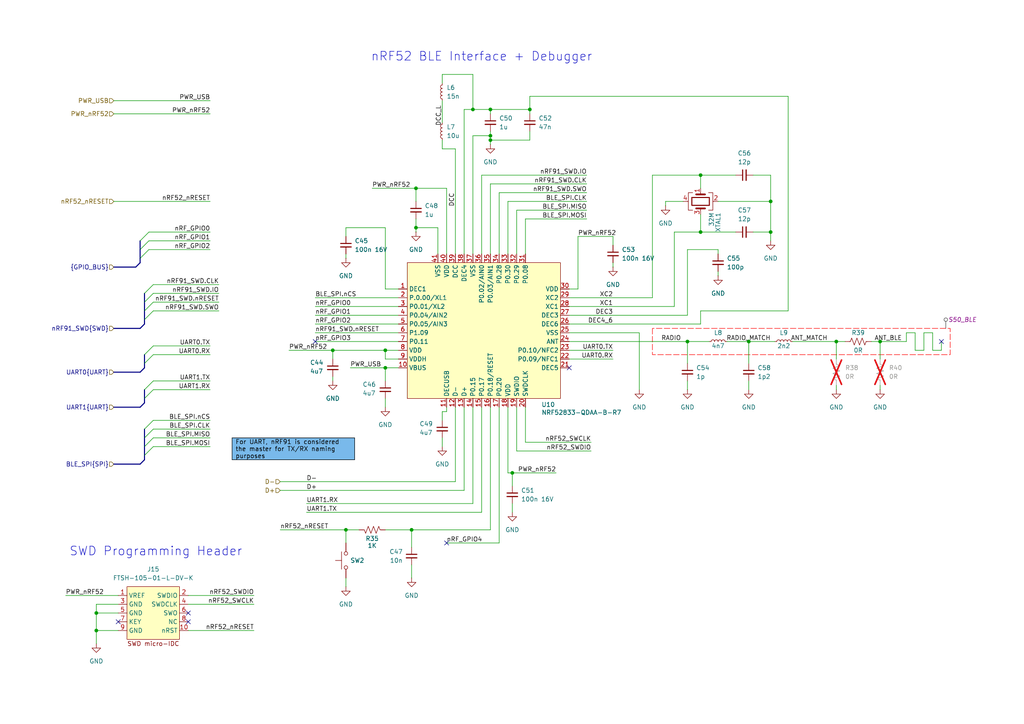
<source format=kicad_sch>
(kicad_sch (version 20250114) (generator "eeschema") (generator_version "9.0")
  (paper "A4")
  (title_block (title "nRF52833 BLE + SWD Debug Interface") (date "2025-02-17") (rev "A"))
  (lib_symbols
    (symbol "DB:C0603X7S1A473K030BC" (pin_numbers (hide yes)) (pin_names (offset 0.254) (hide yes))
      (property "Reference" "C" (at 0.254 1.778 0))
      (property "Value" "47n" (at 0.254 -2.032 0))
      (symbol "C0603X7S1A473K030BC_1_1"
        (pin passive line (at 0 2.54 270) (length 2.032) (name "~") (number "1"))
        (pin passive line (at 0 -2.54 90) (length 2.032) (name "~") (number "2"))
      )
    )
    (symbol "DB:CC0402KRX7R8BB103" (pin_numbers (hide yes)) (pin_names (offset 0.254) (hide yes))
      (property "Reference" "C" (at 0.254 1.778 0))
      (property "Value" "10n" (at 0.254 -2.032 0))
      (symbol "CC0402KRX7R8BB103_1_1"
        (pin passive line (at 0 2.54 270) (length 2.032) (name "~") (number "1"))
        (pin passive line (at 0 -2.54 90) (length 2.032) (name "~") (number "2"))
      )
    )
    (symbol "DB:CL10B475KQ8NQNC" (pin_numbers (hide yes)) (pin_names (offset 0.254) (hide yes))
      (property "Reference" "C" (at 0.254 1.778 0))
      (property "Value" "4u7" (at 0.254 -2.032 0))
      (symbol "CL10B475KQ8NQNC_1_1"
        (pin passive line (at 0 2.54 270) (length 2.032) (name "~") (number "1"))
        (pin passive line (at 0 -2.54 90) (length 2.032) (name "~") (number "2"))
      )
    )
    (symbol "DB:ERJ-1GN0R00C" (pin_numbers (hide yes)) (pin_names (offset 0)) (exclude_from_sim yes)
      (property "Reference" "R" (at 2.54 0 90))
      (property "Value" "0R" (at -2.54 0 90))
      (symbol "ERJ-1GN0R00C_1_1"
        (pin passive line (at 0 3.81 270) (length 1.27) (name "~") (number "1"))
        (pin passive line (at 0 -3.81 90) (length 1.27) (name "~") (number "2"))
      )
    )
    (symbol "DB:ERJ-2RKF1001X" (pin_numbers (hide yes)) (pin_names (offset 0)) (exclude_from_sim yes)
      (property "Reference" "R" (at 2.54 0 90))
      (property "Value" "1K" (at -2.54 0 90))
      (symbol "ERJ-2RKF1001X_1_1"
        (pin passive line (at 0 3.81 270) (length 1.27) (name "~") (number "1"))
        (pin passive line (at 0 -3.81 90) (length 1.27) (name "~") (number "2"))
      )
    )
    (symbol "DB:FTSH-105-01-L-DV-K"
      (property "Reference" "J" (at 1.27 1.27 0))
      (property "Value" "FTSH-105-01-L-DV-K" (at 0 0 0))
      (symbol "FTSH-105-01-L-DV-K_1_1"
        (text "SWD micro-IDC" (at 7.62 -16.51 0) (effects (font (size 1.27 1.27))))
        (pin passive line (at -2.54 -2.54 0) (length 2.54) (name "VREF") (number "1"))
        (pin passive line (at -2.54 -5.08 0) (length 2.54) (name "GND") (number "3"))
        (pin passive line (at -2.54 -7.62 0) (length 2.54) (name "GND") (number "5"))
        (pin passive line (at -2.54 -10.16 0) (length 2.54) (name "KEY") (number "7"))
        (pin passive line (at -2.54 -12.7 0) (length 2.54) (name "GND") (number "9"))
        (pin passive line (at 17.78 -2.54 180) (length 2.54) (name "SWDIO") (number "2"))
        (pin passive line (at 17.78 -5.08 180) (length 2.54) (name "SWDCLK") (number "4"))
        (pin passive line (at 17.78 -7.62 180) (length 2.54) (name "SWO") (number "6"))
        (pin passive line (at 17.78 -10.16 180) (length 2.54) (name "NC") (number "8"))
        (pin passive line (at 17.78 -12.7 180) (length 2.54) (name "nRST") (number "10"))
      )
    )
    (symbol "DB:GCM155C71A105KE38D" (pin_numbers (hide yes)) (pin_names (offset 0.254) (hide yes))
      (property "Reference" "C" (at 0.254 1.778 0))
      (property "Value" "1u" (at 0.254 -2.032 0))
      (symbol "GCM155C71A105KE38D_1_1"
        (pin passive line (at 0 2.54 270) (length 2.032) (name "~") (number "1"))
        (pin passive line (at 0 -2.54 90) (length 2.032) (name "~") (number "2"))
      )
    )
    (symbol "DB:GRM0335C1H101JA01D" (pin_numbers (hide yes)) (pin_names (offset 0.254) (hide yes))
      (property "Reference" "C" (at 0.254 1.778 0))
      (property "Value" "100p" (at 0.254 -2.032 0))
      (symbol "GRM0335C1H101JA01D_1_1"
        (pin passive line (at 0 2.54 270) (length 2.032) (name "~") (number "1"))
        (pin passive line (at 0 -2.54 90) (length 2.032) (name "~") (number "2"))
      )
    )
    (symbol "DB:GRM0335C1H120GA01D" (pin_numbers (hide yes)) (pin_names (offset 0.254) (hide yes))
      (property "Reference" "C" (at 0.254 1.778 0))
      (property "Value" "12p" (at 0.254 -2.032 0))
      (symbol "GRM0335C1H120GA01D_1_1"
        (pin passive line (at 0 2.54 270) (length 2.032) (name "~") (number "1"))
        (pin passive line (at 0 -2.54 90) (length 2.032) (name "~") (number "2"))
      )
    )
    (symbol "DB:GRM0335C1H1R0WA01D" (pin_numbers (hide yes)) (pin_names (offset 0.254) (hide yes)) (in_bom no)
      (property "Reference" "C" (at 0.254 1.778 0))
      (property "Value" "1p" (at 0.254 -2.032 0))
      (symbol "GRM0335C1H1R0WA01D_1_1"
        (pin passive line (at 0 2.54 270) (length 2.032) (name "~") (number "1"))
        (pin passive line (at 0 -2.54 90) (length 2.032) (name "~") (number "2"))
      )
    )
    (symbol "DB:GRM0335C1H1R2WA01D" (pin_numbers (hide yes)) (pin_names (offset 0.254) (hide yes))
      (property "Reference" "C" (at 0.254 1.778 0))
      (property "Value" "1p2" (at 0.254 -2.032 0))
      (symbol "GRM0335C1H1R2WA01D_1_1"
        (pin passive line (at 0 2.54 270) (length 2.032) (name "~") (number "1"))
        (pin passive line (at 0 -2.54 90) (length 2.032) (name "~") (number "2"))
      )
    )
    (symbol "DB:GRM033Z71C104KE14J" (pin_numbers (hide yes)) (pin_names (offset 0.254) (hide yes))
      (property "Reference" "C" (at 0.254 1.778 0))
      (property "Value" "100n 16V" (at 0.254 -2.032 0))
      (symbol "GRM033Z71C104KE14J_1_1"
        (pin passive line (at 0 2.54 270) (length 2.032) (name "~") (number "1"))
        (pin passive line (at 0 -2.54 90) (length 2.032) (name "~") (number "2"))
      )
    )
    (symbol "DB:LQG15HS15NJ02D" (pin_numbers (hide yes)) (pin_names (offset 0.254) (hide yes)) (exclude_from_sim yes)
      (property "Reference" "L" (at 0.762 1.016 0))
      (property "Value" "15n" (at 0.762 -1.016 0))
      (symbol "LQG15HS15NJ02D_1_1"
        (pin passive line (at 0 2.54 270) (length 0.508) (name "~") (number "1"))
        (pin passive line (at 0 -2.54 90) (length 0.508) (name "~") (number "2"))
      )
    )
    (symbol "DB:LQP03PN4N7J02D" (pin_numbers (hide yes)) (pin_names (offset 0.254) (hide yes)) (exclude_from_sim yes)
      (property "Reference" "L" (at 0.762 1.016 0))
      (property "Value" "4n7" (at 0.762 -1.016 0))
      (symbol "LQP03PN4N7J02D_1_1"
        (pin passive line (at 0 2.54 270) (length 0.508) (name "~") (number "1"))
        (pin passive line (at 0 -2.54 90) (length 0.508) (name "~") (number "2"))
      )
    )
    (symbol "DB:LQP03TN2N2B02D" (pin_numbers (hide yes)) (pin_names (offset 0.254) (hide yes)) (exclude_from_sim yes)
      (property "Reference" "L" (at 0.762 1.016 0))
      (property "Value" "2n2" (at 0.762 -1.016 0))
      (symbol "LQP03TN2N2B02D_1_1"
        (pin passive line (at 0 2.54 270) (length 0.508) (name "~") (number "1"))
        (pin passive line (at 0 -2.54 90) (length 0.508) (name "~") (number "2"))
      )
    )
    (symbol "DB:MLZ1608N100LT000" (pin_numbers (hide yes)) (pin_names (offset 0.254) (hide yes)) (exclude_from_sim yes)
      (property "Reference" "L" (at 0.762 1.016 0))
      (property "Value" "10u" (at 0.762 -1.016 0))
      (symbol "MLZ1608N100LT000_1_1"
        (pin passive line (at 0 2.54 270) (length 0.508) (name "~") (number "1"))
        (pin passive line (at 0 -2.54 90) (length 0.508) (name "~") (number "2"))
      )
    )
    (symbol "DB:MP06003" (pin_names (offset 1.016) (hide yes)) (exclude_from_sim yes)
      (property "Reference" "XTAL" (at 3.175 5.08 0))
      (property "Value" "32M" (at 3.175 3.175 0))
      (symbol "MP06003_1_1"
        (pin passive line (at -3.81 0 0) (length 1.27) (name "1") (number "1"))
        (pin passive line (at 0 5.08 270) (length 1.27) (name "2") (number "2"))
        (pin passive line (at 0 -5.08 90) (length 1.27) (name "4") (number "4"))
        (pin passive line (at 3.81 0 180) (length 1.27) (name "3") (number "3"))
      )
    )
    (symbol "DB:NRF52833-QDAA-B-R7"
      (property "Reference" "U" (at -1.27 1.27 0))
      (property "Value" "NRF52833-QDAA-B-R7" (at 0 0 0))
      (symbol "NRF52833-QDAA-B-R7_1_1"
        (pin passive line (at -2.54 -7.62 0) (length 2.54) (name "DEC1") (number "1"))
        (pin passive line (at -2.54 -10.16 0) (length 2.54) (name "P.0.00/XL1") (number "2"))
        (pin passive line (at -2.54 -12.7 0) (length 2.54) (name "P0.01/XL2") (number "3"))
        (pin passive line (at -2.54 -15.24 0) (length 2.54) (name "P0.04/AIN2") (number "4"))
        (pin passive line (at -2.54 -17.78 0) (length 2.54) (name "P0.05/AIN3") (number "5"))
        (pin passive line (at -2.54 -20.32 0) (length 2.54) (name "P1.09") (number "6"))
        (pin passive line (at -2.54 -22.86 0) (length 2.54) (name "P0.11") (number "7"))
        (pin passive line (at -2.54 -25.4 0) (length 2.54) (name "VDD") (number "8"))
        (pin passive line (at -2.54 -27.94 0) (length 2.54) (name "VDDH") (number "9"))
        (pin passive line (at -2.54 -30.48 0) (length 2.54) (name "VBUS") (number "10"))
        (pin passive line (at 8.89 2.54 270) (length 2.54) (name "VSS") (number "41"))
        (pin passive line (at 11.43 2.54 270) (length 2.54) (name "VDD") (number "40"))
        (pin passive line (at 11.43 -41.91 90) (length 2.54) (name "DECUSB") (number "11"))
        (pin passive line (at 13.97 2.54 270) (length 2.54) (name "DCC") (number "39"))
        (pin passive line (at 13.97 -41.91 90) (length 2.54) (name "D-") (number "12"))
        (pin passive line (at 16.51 2.54 270) (length 2.54) (name "DEC4") (number "38"))
        (pin passive line (at 16.51 -41.91 90) (length 2.54) (name "D+") (number "13"))
        (pin passive line (at 19.05 2.54 270) (length 2.54) (name "VSS") (number "37"))
        (pin passive line (at 19.05 -41.91 90) (length 2.54) (name "P0.15") (number "14"))
        (pin passive line (at 21.59 2.54 270) (length 2.54) (name "P0.02/AIN0") (number "36"))
        (pin passive line (at 21.59 -41.91 90) (length 2.54) (name "P0.17") (number "15"))
        (pin passive line (at 24.13 2.54 270) (length 2.54) (name "P0.03/AIN1") (number "35"))
        (pin passive line (at 24.13 -41.91 90) (length 2.54) (name "P0.18/RESET") (number "16"))
        (pin passive line (at 26.67 2.54 270) (length 2.54) (name "P0.28") (number "34"))
        (pin passive line (at 26.67 -41.91 90) (length 2.54) (name "P0.20") (number "17"))
        (pin passive line (at 29.21 2.54 270) (length 2.54) (name "P0.30") (number "33"))
        (pin passive line (at 29.21 -41.91 90) (length 2.54) (name "VDD") (number "18"))
        (pin passive line (at 31.75 2.54 270) (length 2.54) (name "P0.29") (number "32"))
        (pin passive line (at 31.75 -41.91 90) (length 2.54) (name "SWDIO") (number "19"))
        (pin passive line (at 34.29 2.54 270) (length 2.54) (name "P0.08") (number "31"))
        (pin passive line (at 34.29 -41.91 90) (length 2.54) (name "SWDCLK") (number "20"))
        (pin passive line (at 46.99 -7.62 180) (length 2.54) (name "VDD") (number "30"))
        (pin passive line (at 46.99 -10.16 180) (length 2.54) (name "XC2") (number "29"))
        (pin passive line (at 46.99 -12.7 180) (length 2.54) (name "XC1") (number "28"))
        (pin passive line (at 46.99 -15.24 180) (length 2.54) (name "DEC3") (number "27"))
        (pin passive line (at 46.99 -17.78 180) (length 2.54) (name "DEC6") (number "26"))
        (pin passive line (at 46.99 -20.32 180) (length 2.54) (name "VSS") (number "25"))
        (pin passive line (at 46.99 -22.86 180) (length 2.54) (name "ANT") (number "24"))
        (pin passive line (at 46.99 -25.4 180) (length 2.54) (name "P0.10/NFC2") (number "23"))
        (pin passive line (at 46.99 -27.94 180) (length 2.54) (name "P0.09/NFC1") (number "22"))
        (pin passive line (at 46.99 -30.48 180) (length 2.54) (name "DEC5") (number "21"))
      )
    )
    (symbol "DB:PTS636SM50JSMTR LFS" (pin_numbers (hide yes)) (pin_names (offset 1.016) (hide yes)) (exclude_from_sim yes)
      (property "Reference" "SW" (at 1.27 2.54 0))
      (property "Value" "PTS636SM50JSMTR LFS" (at 0 -1.524 0))
      (symbol "PTS636SM50JSMTR LFS_0_1"
        (pin passive line (at -5.08 0 0) (length 2.54) (name "1") (number "1"))
        (pin passive line (at 5.08 0 180) (length 2.54) (name "2") (number "2"))
      )
    )
    (symbol "power:GND" (power) (pin_numbers (hide yes)) (pin_names (offset 0) (hide yes))
      (property "Value" "GND" (at 0 -3.81 0))
      (symbol "GND_1_1"
        (pin power_in line (at 0 0 270) (length 0) (name "~") (number "1"))
      )
    )
  )
  (text "SWD Programming Header" (at 45.212 160.02 0) (effects (font (size 2.54 2.54))))
  (text "nRF52 BLE Interface + Debugger" (at 139.7 16.51 0) (effects (font (size 2.54 2.54))))
  (text_box "For UART, nRF91 is considered the master for TX/RX naming purposes" (exclude_from_sim yes) (at 67.31 127 0) (size 35.56 6.35) (margins 0.9525 0.9525 0.9525 0.9525) (stroke (width 0) (color 0 0 0 1)) (fill (type color) (color 76 163 228 0.75)) (effects (font (size 1.27 1.27)) (justify left)))
  (junction (at 100.33 153.67))
  (junction (at 142.24 39.37))
  (junction (at 217.17 99.06))
  (junction (at 120.65 66.04))
  (junction (at 142.24 40.64))
  (junction (at 27.94 177.8))
  (junction (at 203.2 50.8))
  (junction (at 223.52 67.31))
  (junction (at 111.76 101.6))
  (junction (at 119.38 153.67))
  (junction (at 120.65 54.61))
  (junction (at 111.76 106.68))
  (junction (at 96.52 101.6))
  (junction (at 148.59 137.16))
  (junction (at 223.52 58.42))
  (junction (at 255.27 99.06))
  (junction (at 242.57 99.06))
  (junction (at 27.94 182.88))
  (junction (at 142.24 31.75))
  (junction (at 153.67 31.75))
  (junction (at 199.39 99.06))
  (junction (at 203.2 67.31))
  (junction (at 137.16 31.75))
  (no_connect (at 273.05 99.06))
  (no_connect (at 91.44 99.06))
  (no_connect (at 129.54 157.48))
  (no_connect (at 165.1 106.68))
  (no_connect (at 54.61 180.34))
  (no_connect (at 34.29 180.34))
  (no_connect (at 54.61 177.8))
  (bus_entry (at 44.45 110.49) (size -2.54 2.54))
  (bus_entry (at 41.91 132.08) (size 2.54 -2.54))
  (bus_entry (at 43.18 72.39) (size -2.54 2.54))
  (bus_entry (at 44.45 121.92) (size -2.54 2.54))
  (bus_entry (at 41.91 105.41) (size 2.54 -2.54))
  (bus_entry (at 44.45 85.09) (size -2.54 2.54))
  (bus_entry (at 41.91 92.71) (size 2.54 -2.54))
  (bus_entry (at 43.18 67.31) (size -2.54 2.54))
  (bus_entry (at 43.18 69.85) (size -2.54 2.54))
  (bus_entry (at 44.45 82.55) (size -2.54 2.54))
  (bus_entry (at 44.45 127) (size -2.54 2.54))
  (bus_entry (at 41.91 90.17) (size 2.54 -2.54))
  (bus_entry (at 44.45 100.33) (size -2.54 2.54))
  (bus_entry (at 44.45 124.46) (size -2.54 2.54))
  (bus_entry (at 41.91 115.57) (size 2.54 -2.54))
  (bus (pts (xy 33.02 118.11) (xy 40.64 118.11)))
  (bus (pts (xy 41.91 102.87) (xy 41.91 105.41)))
  (bus (pts (xy 33.02 134.62) (xy 40.64 134.62)))
  (wire (pts (xy 217.17 99.06) (xy 224.79 99.06)))
  (bus (pts (xy 41.91 124.46) (xy 41.91 127)))
  (wire (pts (xy 120.65 66.04) (xy 120.65 67.31)))
  (wire (pts (xy 165.1 86.36) (xy 189.23 86.36)))
  (wire (pts (xy 177.8 71.12) (xy 177.8 68.58)))
  (wire (pts (xy 208.28 58.42) (xy 223.52 58.42)))
  (wire (pts (xy 139.7 118.11) (xy 139.7 148.59)))
  (wire (pts (xy 144.78 55.88) (xy 170.18 55.88)))
  (bus (pts (xy 33.02 95.25) (xy 40.64 95.25)))
  (wire (pts (xy 120.65 54.61) (xy 120.65 58.42)))
  (wire (pts (xy 91.44 88.9) (xy 115.57 88.9)))
  (wire (pts (xy 111.76 104.14) (xy 111.76 101.6)))
  (wire (pts (xy 203.2 50.8) (xy 213.36 50.8)))
  (wire (pts (xy 165.1 99.06) (xy 199.39 99.06)))
  (wire (pts (xy 137.16 118.11) (xy 137.16 146.05)))
  (bus (pts (xy 41.91 85.09) (xy 41.91 87.63)))
  (wire (pts (xy 129.54 119.38) (xy 129.54 118.11)))
  (wire (pts (xy 203.2 50.8) (xy 203.2 54.61)))
  (wire (pts (xy 199.39 99.06) (xy 199.39 105.41)))
  (wire (pts (xy 34.29 175.26) (xy 27.94 175.26)))
  (wire (pts (xy 100.33 157.48) (xy 100.33 153.67)))
  (wire (pts (xy 120.65 63.5) (xy 120.65 66.04)))
  (wire (pts (xy 147.32 73.66) (xy 147.32 58.42)))
  (wire (pts (xy 111.76 106.68) (xy 115.57 106.68)))
  (wire (pts (xy 128.27 121.92) (xy 128.27 119.38)))
  (wire (pts (xy 91.44 96.52) (xy 115.57 96.52)))
  (wire (pts (xy 33.02 33.02) (xy 60.96 33.02)))
  (wire (pts (xy 54.61 175.26) (xy 73.66 175.26)))
  (wire (pts (xy 27.94 175.26) (xy 27.94 177.8)))
  (wire (pts (xy 43.18 72.39) (xy 60.96 72.39)))
  (bus (pts (xy 41.91 87.63) (xy 41.91 90.17)))
  (wire (pts (xy 111.76 66.04) (xy 111.76 83.82)))
  (wire (pts (xy 137.16 21.59) (xy 137.16 31.75)))
  (wire (pts (xy 96.52 101.6) (xy 96.52 104.14)))
  (wire (pts (xy 132.08 118.11) (xy 132.08 139.7)))
  (wire (pts (xy 134.62 73.66) (xy 134.62 31.75)))
  (bus (pts (xy 41.91 133.35) (xy 40.64 134.62)))
  (wire (pts (xy 195.58 88.9) (xy 195.58 67.31)))
  (wire (pts (xy 44.45 127) (xy 60.96 127)))
  (wire (pts (xy 111.76 153.67) (xy 119.38 153.67)))
  (wire (pts (xy 149.86 130.81) (xy 149.86 118.11)))
  (wire (pts (xy 223.52 58.42) (xy 223.52 67.31)))
  (wire (pts (xy 144.78 73.66) (xy 144.78 55.88)))
  (wire (pts (xy 33.02 29.21) (xy 60.96 29.21)))
  (bus (pts (xy 41.91 93.98) (xy 40.64 95.25)))
  (wire (pts (xy 203.2 67.31) (xy 213.36 67.31)))
  (wire (pts (xy 127 73.66) (xy 127 66.04)))
  (wire (pts (xy 81.28 153.67) (xy 100.33 153.67)))
  (wire (pts (xy 44.45 113.03) (xy 60.96 113.03)))
  (wire (pts (xy 44.45 110.49) (xy 60.96 110.49)))
  (wire (pts (xy 242.57 111.76) (xy 242.57 113.03)))
  (wire (pts (xy 262.89 96.52) (xy 265.43 96.52)))
  (wire (pts (xy 107.95 54.61) (xy 120.65 54.61)))
  (wire (pts (xy 265.43 96.52) (xy 265.43 101.6)))
  (wire (pts (xy 54.61 172.72) (xy 73.66 172.72)))
  (wire (pts (xy 242.57 99.06) (xy 242.57 104.14)))
  (bus (pts (xy 41.91 106.68) (xy 40.64 107.95)))
  (wire (pts (xy 153.67 31.75) (xy 142.24 31.75)))
  (wire (pts (xy 149.86 60.96) (xy 170.18 60.96)))
  (wire (pts (xy 115.57 104.14) (xy 111.76 104.14)))
  (wire (pts (xy 223.52 50.8) (xy 223.52 58.42)))
  (wire (pts (xy 100.33 66.04) (xy 111.76 66.04)))
  (wire (pts (xy 134.62 142.24) (xy 134.62 118.11)))
  (wire (pts (xy 120.65 54.61) (xy 129.54 54.61)))
  (wire (pts (xy 255.27 99.06) (xy 262.89 99.06)))
  (wire (pts (xy 100.33 167.64) (xy 100.33 170.18)))
  (wire (pts (xy 119.38 163.83) (xy 119.38 167.64)))
  (wire (pts (xy 223.52 69.85) (xy 223.52 67.31)))
  (wire (pts (xy 142.24 118.11) (xy 142.24 153.67)))
  (wire (pts (xy 223.52 67.31) (xy 218.44 67.31)))
  (wire (pts (xy 267.97 96.52) (xy 270.51 96.52)))
  (wire (pts (xy 153.67 33.02) (xy 153.67 31.75)))
  (wire (pts (xy 27.94 177.8) (xy 27.94 182.88)))
  (wire (pts (xy 81.28 139.7) (xy 132.08 139.7)))
  (wire (pts (xy 273.05 99.06) (xy 273.05 101.6)))
  (wire (pts (xy 189.23 86.36) (xy 189.23 50.8)))
  (wire (pts (xy 44.45 102.87) (xy 60.96 102.87)))
  (bus (pts (xy 41.91 92.71) (xy 41.91 93.98)))
  (wire (pts (xy 44.45 124.46) (xy 60.96 124.46)))
  (wire (pts (xy 208.28 72.39) (xy 199.39 72.39)))
  (wire (pts (xy 142.24 39.37) (xy 142.24 40.64)))
  (bus (pts (xy 40.64 74.93) (xy 40.64 76.2)))
  (bus (pts (xy 40.64 69.85) (xy 40.64 72.39)))
  (wire (pts (xy 218.44 50.8) (xy 223.52 50.8)))
  (wire (pts (xy 44.45 85.09) (xy 63.5 85.09)))
  (wire (pts (xy 119.38 153.67) (xy 119.38 158.75)))
  (wire (pts (xy 81.28 142.24) (xy 134.62 142.24)))
  (wire (pts (xy 270.51 101.6) (xy 273.05 101.6)))
  (wire (pts (xy 177.8 77.47) (xy 177.8 76.2)))
  (wire (pts (xy 144.78 157.48) (xy 144.78 118.11)))
  (wire (pts (xy 165.1 104.14) (xy 177.8 104.14)))
  (wire (pts (xy 134.62 31.75) (xy 137.16 31.75)))
  (wire (pts (xy 167.64 68.58) (xy 177.8 68.58)))
  (bus (pts (xy 33.02 107.95) (xy 40.64 107.95)))
  (bus (pts (xy 40.64 76.2) (xy 39.37 77.47)))
  (bus (pts (xy 41.91 115.57) (xy 41.91 116.84)))
  (wire (pts (xy 101.6 106.68) (xy 111.76 106.68)))
  (wire (pts (xy 137.16 31.75) (xy 142.24 31.75)))
  (wire (pts (xy 111.76 110.49) (xy 111.76 106.68)))
  (wire (pts (xy 185.42 96.52) (xy 185.42 113.03)))
  (wire (pts (xy 147.32 58.42) (xy 170.18 58.42)))
  (wire (pts (xy 128.27 29.21) (xy 128.27 35.56)))
  (wire (pts (xy 91.44 93.98) (xy 115.57 93.98)))
  (wire (pts (xy 128.27 127) (xy 128.27 129.54)))
  (wire (pts (xy 44.45 121.92) (xy 60.96 121.92)))
  (wire (pts (xy 203.2 62.23) (xy 203.2 67.31)))
  (wire (pts (xy 193.04 59.69) (xy 193.04 58.42)))
  (bus (pts (xy 41.91 90.17) (xy 41.91 92.71)))
  (wire (pts (xy 142.24 31.75) (xy 142.24 33.02)))
  (wire (pts (xy 167.64 83.82) (xy 167.64 68.58)))
  (wire (pts (xy 203.2 93.98) (xy 203.2 90.17)))
  (wire (pts (xy 153.67 40.64) (xy 142.24 40.64)))
  (wire (pts (xy 142.24 73.66) (xy 142.24 53.34)))
  (wire (pts (xy 54.61 182.88) (xy 73.66 182.88)))
  (bus (pts (xy 41.91 129.54) (xy 41.91 132.08)))
  (wire (pts (xy 44.45 100.33) (xy 60.96 100.33)))
  (bus (pts (xy 41.91 127) (xy 41.91 129.54)))
  (wire (pts (xy 128.27 43.18) (xy 132.08 43.18)))
  (wire (pts (xy 128.27 24.13) (xy 128.27 21.59)))
  (bus (pts (xy 41.91 105.41) (xy 41.91 106.68)))
  (wire (pts (xy 152.4 128.27) (xy 152.4 118.11)))
  (wire (pts (xy 91.44 99.06) (xy 115.57 99.06)))
  (wire (pts (xy 267.97 101.6) (xy 267.97 96.52)))
  (wire (pts (xy 149.86 73.66) (xy 149.86 60.96)))
  (wire (pts (xy 83.82 101.6) (xy 96.52 101.6)))
  (wire (pts (xy 128.27 119.38) (xy 129.54 119.38)))
  (wire (pts (xy 210.82 99.06) (xy 217.17 99.06)))
  (wire (pts (xy 142.24 38.1) (xy 142.24 39.37)))
  (wire (pts (xy 33.02 58.42) (xy 60.96 58.42)))
  (wire (pts (xy 44.45 129.54) (xy 60.96 129.54)))
  (wire (pts (xy 153.67 38.1) (xy 153.67 40.64)))
  (wire (pts (xy 44.45 87.63) (xy 63.5 87.63)))
  (bus (pts (xy 41.91 116.84) (xy 40.64 118.11)))
  (wire (pts (xy 129.54 157.48) (xy 144.78 157.48)))
  (wire (pts (xy 111.76 115.57) (xy 111.76 118.11)))
  (wire (pts (xy 171.45 128.27) (xy 152.4 128.27)))
  (wire (pts (xy 199.39 72.39) (xy 199.39 91.44)))
  (wire (pts (xy 127 66.04) (xy 120.65 66.04)))
  (wire (pts (xy 195.58 67.31) (xy 203.2 67.31)))
  (wire (pts (xy 132.08 43.18) (xy 132.08 73.66)))
  (wire (pts (xy 165.1 83.82) (xy 167.64 83.82)))
  (wire (pts (xy 43.18 67.31) (xy 60.96 67.31)))
  (wire (pts (xy 165.1 96.52) (xy 185.42 96.52)))
  (wire (pts (xy 142.24 41.91) (xy 142.24 40.64)))
  (wire (pts (xy 265.43 101.6) (xy 267.97 101.6)))
  (wire (pts (xy 34.29 182.88) (xy 27.94 182.88)))
  (wire (pts (xy 100.33 73.66) (xy 100.33 74.93)))
  (wire (pts (xy 119.38 153.67) (xy 142.24 153.67)))
  (bus (pts (xy 41.91 132.08) (xy 41.91 133.35)))
  (wire (pts (xy 217.17 110.49) (xy 217.17 113.03)))
  (wire (pts (xy 165.1 93.98) (xy 203.2 93.98)))
  (wire (pts (xy 217.17 99.06) (xy 217.17 105.41)))
  (wire (pts (xy 44.45 90.17) (xy 63.5 90.17)))
  (wire (pts (xy 142.24 53.34) (xy 170.18 53.34)))
  (wire (pts (xy 203.2 90.17) (xy 228.6 90.17)))
  (wire (pts (xy 252.73 99.06) (xy 255.27 99.06)))
  (wire (pts (xy 128.27 40.64) (xy 128.27 43.18)))
  (wire (pts (xy 270.51 96.52) (xy 270.51 101.6)))
  (wire (pts (xy 152.4 63.5) (xy 170.18 63.5)))
  (wire (pts (xy 165.1 88.9) (xy 195.58 88.9)))
  (wire (pts (xy 255.27 111.76) (xy 255.27 113.03)))
  (wire (pts (xy 147.32 118.11) (xy 147.32 137.16)))
  (wire (pts (xy 199.39 99.06) (xy 205.74 99.06)))
  (wire (pts (xy 193.04 58.42) (xy 198.12 58.42)))
  (wire (pts (xy 148.59 137.16) (xy 148.59 140.97)))
  (wire (pts (xy 139.7 73.66) (xy 139.7 50.8)))
  (wire (pts (xy 199.39 110.49) (xy 199.39 113.03)))
  (wire (pts (xy 100.33 68.58) (xy 100.33 66.04)))
  (wire (pts (xy 148.59 137.16) (xy 147.32 137.16)))
  (wire (pts (xy 262.89 99.06) (xy 262.89 96.52)))
  (wire (pts (xy 199.39 91.44) (xy 165.1 91.44)))
  (wire (pts (xy 228.6 90.17) (xy 228.6 27.94)))
  (wire (pts (xy 34.29 177.8) (xy 27.94 177.8)))
  (wire (pts (xy 115.57 101.6) (xy 111.76 101.6)))
  (wire (pts (xy 148.59 146.05) (xy 148.59 148.59)))
  (wire (pts (xy 137.16 39.37) (xy 142.24 39.37)))
  (wire (pts (xy 137.16 73.66) (xy 137.16 39.37)))
  (wire (pts (xy 91.44 91.44) (xy 115.57 91.44)))
  (wire (pts (xy 208.28 73.66) (xy 208.28 72.39)))
  (wire (pts (xy 43.18 69.85) (xy 60.96 69.85)))
  (wire (pts (xy 100.33 153.67) (xy 104.14 153.67)))
  (bus (pts (xy 41.91 113.03) (xy 41.91 115.57)))
  (wire (pts (xy 139.7 50.8) (xy 170.18 50.8)))
  (wire (pts (xy 153.67 27.94) (xy 153.67 31.75)))
  (wire (pts (xy 189.23 50.8) (xy 203.2 50.8)))
  (bus (pts (xy 33.02 77.47) (xy 39.37 77.47)))
  (wire (pts (xy 208.28 78.74) (xy 208.28 80.01)))
  (wire (pts (xy 152.4 73.66) (xy 152.4 63.5)))
  (wire (pts (xy 242.57 99.06) (xy 245.11 99.06)))
  (wire (pts (xy 148.59 137.16) (xy 161.29 137.16)))
  (wire (pts (xy 153.67 27.94) (xy 228.6 27.94)))
  (wire (pts (xy 165.1 101.6) (xy 177.8 101.6)))
  (wire (pts (xy 19.05 172.72) (xy 34.29 172.72)))
  (wire (pts (xy 88.9 148.59) (xy 139.7 148.59)))
  (wire (pts (xy 88.9 146.05) (xy 137.16 146.05)))
  (wire (pts (xy 44.45 82.55) (xy 63.5 82.55)))
  (wire (pts (xy 128.27 21.59) (xy 137.16 21.59)))
  (wire (pts (xy 129.54 54.61) (xy 129.54 73.66)))
  (wire (pts (xy 229.87 99.06) (xy 242.57 99.06)))
  (wire (pts (xy 111.76 101.6) (xy 96.52 101.6)))
  (wire (pts (xy 91.44 86.36) (xy 115.57 86.36)))
  (wire (pts (xy 27.94 182.88) (xy 27.94 186.69)))
  (wire (pts (xy 111.76 83.82) (xy 115.57 83.82)))
  (wire (pts (xy 255.27 99.06) (xy 255.27 104.14)))
  (bus (pts (xy 40.64 72.39) (xy 40.64 74.93)))
  (wire (pts (xy 171.45 130.81) (xy 149.86 130.81)))
  (wire (pts (xy 96.52 110.49) (xy 96.52 109.22)))
  (label "BLE_SPI.MOSI" (at 170.18 63.5 180))
  (label "UART0.TX" (at 177.8 101.6 180))
  (label "BLE_SPI.MISO" (at 170.18 60.96 180))
  (label "nRF_GPIO0" (at 91.44 88.9 0))
  (label "DCC" (at 132.08 55.88 270))
  (label "BLE_SPI.CLK" (at 60.96 124.46 180))
  (label "ANT_BLE" (at 261.62 99.06 180))
  (label "PWR_nRF52" (at 161.29 137.16 180))
  (label "PWR_nRF52" (at 19.05 172.72 0))
  (label "nRF52_nRESET" (at 60.96 58.42 180))
  (label "UART1.RX" (at 60.96 113.03 180))
  (label "DCC_L" (at 128.27 30.48 270))
  (label "nRF91_SWD.CLK" (at 63.5 82.55 180))
  (label "nRF_GPIO4" (at 129.54 157.48 0))
  (label "PWR_nRF52" (at 167.64 68.58 0))
  (label "PWR_USB" (at 60.96 29.21 180))
  (label "PWR_nRF52" (at 107.95 54.61 0))
  (label "UART0.RX" (at 177.8 104.14 180))
  (label "DEC3" (at 177.8 91.44 180))
  (label "nRF52_SWDIO" (at 73.66 172.72 180))
  (label "nRF_GPIO3" (at 91.44 99.06 0))
  (label "nRF52_nRESET" (at 81.28 153.67 0))
  (label "PWR_USB" (at 101.6 106.68 0))
  (label "nRF91_SWD.SWO" (at 170.18 55.88 180))
  (label "nRF52_nRESET" (at 73.66 182.88 180))
  (label "UART0.RX" (at 60.96 102.87 180))
  (label "DEC4_6" (at 177.8 93.98 180))
  (label "BLE_SPI.CLK" (at 170.18 58.42 180))
  (label "UART1.RX" (at 88.9 146.05 0))
  (label "nRF91_SWD.nRESET" (at 63.5 87.63 180))
  (label "nRF_GPIO2" (at 91.44 93.98 0))
  (label "BLE_SPI.MOSI" (at 60.96 129.54 180))
  (label "UART1.TX" (at 60.96 110.49 180))
  (label "RADIO" (at 191.77 99.06 0))
  (label "PWR_nRF52" (at 60.96 33.02 180))
  (label "nRF_GPIO1" (at 91.44 91.44 0))
  (label "ANT_MATCH" (at 240.03 99.06 180))
  (label "XC1" (at 177.8 88.9 180))
  (label "nRF52_SWCLK" (at 171.45 128.27 180))
  (label "nRF_GPIO0" (at 60.96 67.31 180))
  (label "nRF52_SWCLK" (at 73.66 175.26 180))
  (label "BLE_SPI.nCS" (at 60.96 121.92 180))
  (label "D-" (at 88.9 139.7 0))
  (label "UART1.TX" (at 88.9 148.59 0))
  (label "XC2" (at 177.8 86.36 180))
  (label "nRF91_SWD.nRESET" (at 91.44 96.52 0))
  (label "PWR_nRF52" (at 83.82 101.6 0))
  (label "nRF_GPIO2" (at 60.96 72.39 180))
  (label "BLE_SPI.nCS" (at 91.44 86.36 0))
  (label "BLE_SPI.MISO" (at 60.96 127 180))
  (label "nRF91_SWD.CLK" (at 170.18 53.34 180))
  (label "nRF91_SWD.IO" (at 170.18 50.8 180))
  (label "nRF52_SWDIO" (at 171.45 130.81 180))
  (label "D+" (at 88.9 142.24 0))
  (label "nRF_GPIO1" (at 60.96 69.85 180))
  (label "UART0.TX" (at 60.96 100.33 180))
  (label "nRF91_SWD.IO" (at 63.5 85.09 180))
  (label "nRF91_SWD.SWO" (at 63.5 90.17 180))
  (label "RADIO_MATCH" (at 223.52 99.06 180))
  (hierarchical_label "PWR_nRF52" (shape input) (at 33.02 33.02 180))
  (hierarchical_label "PWR_USB" (shape input) (at 33.02 29.21 180))
  (hierarchical_label "nRF91_SWD{SWD}" (shape input) (at 33.02 95.25 180))
  (hierarchical_label "UART1{UART}" (shape input) (at 33.02 118.11 180))
  (hierarchical_label "D-" (shape input) (at 81.28 139.7 180))
  (hierarchical_label "BLE_SPI{SPI}" (shape input) (at 33.02 134.62 180))
  (hierarchical_label "UART0{UART}" (shape input) (at 33.02 107.95 180))
  (hierarchical_label "{GPIO_BUS}" (shape input) (at 33.02 77.47 180))
  (hierarchical_label "nRF52_nRESET" (shape input) (at 33.02 58.42 180))
  (hierarchical_label "D+" (shape input) (at 81.28 142.24 180))
  (rule_area (polyline (pts (xy 189.23 95.25) (xy 189.23 102.87) (xy 275.59 102.87) (xy 275.59 95.25)) (stroke (width 0) (type dash))))
  (netclass_flag "" (length 2.54) (shape round) (at 274.32 95.25 0) (property "Netclass" "S50_BLE" (at 275.0185 92.71 0) (effects (font (italic yes)) (justify left))))
  (symbol (lib_id "power:GND") (at 185.42 113.03 0) (unit 1)
    (property "Reference" "#PWR078" (effects (hide yes)))
    (property "Value" "GND" (at 185.42 118.11 0))
    (property "Description" "Power symbol creates a global label with name \"GND\" , ground" (effects (hide yes)))
  )
  (symbol (lib_id "power:GND") (at 100.33 74.93 0) (unit 1)
    (property "Reference" "#PWR061" (effects (hide yes)))
    (property "Value" "GND" (at 100.33 80.01 0))
    (property "Description" "Power symbol creates a global label with name \"GND\" , ground" (effects (hide yes)))
  )
  (symbol (lib_id "power:GND") (at 119.38 167.64 0) (mirror y) (unit 1)
    (property "Reference" "#PWR063" (effects (hide yes)))
    (property "Value" "GND" (at 119.38 172.72 0))
    (property "Description" "Power symbol creates a global label with name \"GND\" , ground" (effects (hide yes)))
  )
  (symbol (lib_id "DB:GRM0335C1H1R0WA01D") (at 199.39 107.95 0) (unit 1) (in_bom no)
    (property "Reference" "C54" (at 201.93 106.6862 0) (effects (justify left)))
    (property "Value" "1p" (at 201.93 109.2262 0) (effects (justify left)))
    (property "Footprint" "footprints:C_0201_0603Metric" (effects (hide yes)))
    (property "Datasheet" "http://parts.djgood.ca/en/part/105/info" (effects (hide yes)))
    (property "Description" "1 pF ±0.05pF 50V Ceramic Capacitor C0G, NP0 0201 (0603 Metric)" (effects (hide yes)))
    (property "Category" "Capacitors/Ceramic Capacitors" (effects (hide yes)))
    (property "MPN" "GRM0335C1H1R0WA01D" (effects (hide yes)))
    (property "Manufacturer" "Murata Electronics" (effects (hide yes)))
    (property "Manufacturing Status" "Active" (effects (hide yes)))
    (property "Part-DB Footprint" "0201" (effects (hide yes)))
    (property "Part-DB ID" "105" (effects (hide yes)))
  )
  (symbol (lib_id "DB:GRM0335C1H120GA01D") (at 215.9 50.8 90) (unit 1)
    (property "Reference" "C56" (at 215.9063 44.45 90))
    (property "Value" "12p" (at 215.9063 46.99 90))
    (property "Footprint" "footprints:C_0201_0603Metric" (effects (hide yes)))
    (property "Datasheet" "http://parts.djgood.ca/en/part/104/info" (effects (hide yes)))
    (property "Description" "12 pF ±2% 50V Ceramic Capacitor C0G, NP0 0201 (0603 Metric)" (effects (hide yes)))
    (property "Category" "Capacitors/Ceramic Capacitors" (effects (hide yes)))
    (property "MPN" "GRM0335C1H120GA01D" (effects (hide yes)))
    (property "Manufacturer" "Murata Electronics" (effects (hide yes)))
    (property "Manufacturing Status" "Active" (effects (hide yes)))
    (property "Part-DB ID" "104" (effects (hide yes)))
  )
  (symbol (lib_id "DB:ERJ-1GN0R00C") (at 242.57 107.95 180) (unit 1) (exclude_from_sim yes) (dnp yes)
    (property "Reference" "R38" (at 245.11 106.68 0) (effects (justify right)))
    (property "Value" "0R" (at 245.11 109.22 0) (effects (justify right)))
    (property "Footprint" "footprints:R_0201_0603Metric" (effects (hide yes)))
    (property "Datasheet" "http://parts.djgood.ca/en/part/134/info" (effects (hide yes)))
    (property "Description" "0 Ohms Jumper Chip Resistor 0201 (0603 Metric) Thick Film" (effects (hide yes)))
    (property "Category" "Resistors/Thick Film" (effects (hide yes)))
    (property "Manufacturer" "Panasonic Electronic Components" (effects (hide yes)))
    (property "MPN" "ERJ-1GN0R00C" (effects (hide yes)))
    (property "Manufacturing Status" "Active" (effects (hide yes)))
    (property "Part-DB Footprint" "0201" (effects (hide yes)))
    (property "Part-DB ID" "134" (effects (hide yes)))
  )
  (symbol (lib_id "DB:ERJ-1GN0R00C") (at 255.27 107.95 0) (unit 1) (exclude_from_sim yes) (dnp yes)
    (property "Reference" "R40" (at 257.81 106.68 0) (effects (justify left)))
    (property "Value" "0R" (at 257.81 109.22 0) (effects (justify left)))
    (property "Footprint" "footprints:R_0201_0603Metric" (effects (hide yes)))
    (property "Datasheet" "http://parts.djgood.ca/en/part/134/info" (effects (hide yes)))
    (property "Description" "0 Ohms Jumper Chip Resistor 0201 (0603 Metric) Thick Film" (effects (hide yes)))
    (property "Category" "Resistors/Thick Film" (effects (hide yes)))
    (property "Manufacturer" "Panasonic Electronic Components" (effects (hide yes)))
    (property "MPN" "ERJ-1GN0R00C" (effects (hide yes)))
    (property "Manufacturing Status" "Active" (effects (hide yes)))
    (property "Part-DB Footprint" "0201" (effects (hide yes)))
    (property "Part-DB ID" "134" (effects (hide yes)))
  )
  (symbol (lib_id "DB:GCM155C71A105KE38D") (at 120.65 60.96 0) (unit 1)
    (property "Reference" "C48" (at 123.19 59.6962 0) (effects (justify left)))
    (property "Value" "1u" (at 123.19 62.2362 0) (effects (justify left)))
    (property "Footprint" "footprints:C_0402_1005Metric" (effects (hide yes)))
    (property "Datasheet" "http://parts.djgood.ca/en/part/110/info" (effects (hide yes)))
    (property "Description" "1 µF ±10% 10V Ceramic Capacitor X7S 0402 (1005 Metric)" (effects (hide yes)))
    (property "Category" "Capacitors/Ceramic Capacitors" (effects (hide yes)))
    (property "MPN" "GCM155C71A105KE38D" (effects (hide yes)))
    (property "Manufacturer" "Murata Electronics" (effects (hide yes)))
    (property "Manufacturing Status" "Active" (effects (hide yes)))
    (property "Part-DB Footprint" "0402" (effects (hide yes)))
    (property "Part-DB ID" "110" (effects (hide yes)))
  )
  (symbol (lib_id "DB:NRF52833-QDAA-B-R7") (at 118.11 76.2 0) (unit 1)
    (property "Reference" "U10" (at 159.004 117.348 0))
    (property "Value" "NRF52833-QDAA-B-R7" (at 168.656 119.634 0))
    (property "Footprint" "footprints:QFN-40-1EP_5x5mm_P0.4mm_EP3.6x3.6mm" (effects (hide yes)))
    (property "Datasheet" "http://parts.djgood.ca/en/part/122/info" (effects (hide yes)))
    (property "Description" "IC RF TxRx + MCU 802.15.4, Bluetooth Bluetooth v5.3, Thread, Zigbee® 2.4GHz 40-VFQFN Exposed Pad" (effects (hide yes)))
    (property "Category" "Integrated Circuits/RF and Wireless" (effects (hide yes)))
    (property "MPN" "NRF52833-QDAA-B-R7" (effects (hide yes)))
    (property "Manufacturer" "Nordic Semiconductor ASA" (effects (hide yes)))
    (property "Manufacturing Status" "Active" (effects (hide yes)))
    (property "Part-DB Footprint" "40-QFN (5x5)" (effects (hide yes)))
    (property "Part-DB ID" "122" (effects (hide yes)))
  )
  (symbol (lib_id "power:GND") (at 120.65 67.31 0) (unit 1)
    (property "Reference" "#PWR064" (effects (hide yes)))
    (property "Value" "GND" (at 120.65 72.39 0))
    (property "Description" "Power symbol creates a global label with name \"GND\" , ground" (effects (hide yes)))
  )
  (symbol (lib_id "DB:LQP03TN2N2B02D") (at 227.33 99.06 90) (unit 1) (exclude_from_sim yes)
    (property "Reference" "L9" (at 227.33 96.52 90))
    (property "Value" "2n2" (at 227.33 100.33 90))
    (property "Footprint" "footprints:L_0201_0603Metric" (effects (hide yes)))
    (property "Datasheet" "http://parts.djgood.ca/en/part/135/info" (effects (hide yes)))
    (property "Description" "2.2 nH Unshielded Thick Film Inductor 600 mA 150mOhm Max 0201 (0603 Metric)" (effects (hide yes)))
    (property "Category" "Inductors/RF Inductors" (effects (hide yes)))
    (property "Manufacturer" "Murata Electronics" (effects (hide yes)))
    (property "MPN" "LQP03TN2N2B02D" (effects (hide yes)))
    (property "Manufacturing Status" "Active" (effects (hide yes)))
    (property "Part-DB Footprint" "0201 (0603 Metric)" (effects (hide yes)))
    (property "Part-DB ID" "135" (effects (hide yes)))
  )
  (symbol (lib_id "DB:ERJ-2RKF1001X") (at 107.95 153.67 270) (mirror x) (unit 1) (exclude_from_sim yes)
    (property "Reference" "R35" (at 107.95 156.21 90))
    (property "Value" "1K" (at 107.95 158.242 90))
    (property "Footprint" "footprints:R_0402_1005Metric" (effects (hide yes)))
    (property "Datasheet" "http://parts.djgood.ca/en/part/8/info" (effects (hide yes)))
    (property "Description" "1 kOhms ±1% 0.1W, 1/10W Chip Resistor 0402 (1005 Metric) Automotive AEC-Q200 Thick Film" (effects (hide yes)))
    (property "Category" "Resistors/Thick Film" (effects (hide yes)))
    (property "MPN" "ERJ-2RKF1001X" (effects (hide yes)))
    (property "Manufacturer" "Panasonic Electronic Components" (effects (hide yes)))
    (property "Manufacturing Status" "Active" (effects (hide yes)))
    (property "Part-DB Footprint" "0402" (effects (hide yes)))
    (property "Part-DB ID" "8" (effects (hide yes)))
  )
  (symbol (lib_id "power:GND") (at 217.17 113.03 0) (unit 1)
    (property "Reference" "#PWR079" (effects (hide yes)))
    (property "Value" "GND" (at 217.17 118.11 0))
    (property "Description" "Power symbol creates a global label with name \"GND\" , ground" (effects (hide yes)))
  )
  (symbol (lib_id "DB:GRM0335C1H101JA01D") (at 208.28 76.2 0) (unit 1)
    (property "Reference" "C55" (at 210.82 74.9362 0) (effects (justify left)))
    (property "Value" "100p" (at 210.82 77.4762 0) (effects (justify left)))
    (property "Footprint" "footprints:C_0201_0603Metric" (effects (hide yes)))
    (property "Datasheet" "http://parts.djgood.ca/en/part/109/info" (effects (hide yes)))
    (property "Description" "100 pF ±5% 50V Ceramic Capacitor C0G, NP0 0201 (0603 Metric)" (effects (hide yes)))
    (property "Category" "Capacitors/Ceramic Capacitors" (effects (hide yes)))
    (property "MPN" "GRM0335C1H101JA01D" (effects (hide yes)))
    (property "Manufacturer" "Murata Electronics" (effects (hide yes)))
    (property "Manufacturing Status" "Active" (effects (hide yes)))
    (property "Part-DB Footprint" "0201" (effects (hide yes)))
    (property "Part-DB ID" "109" (effects (hide yes)))
  )
  (symbol (lib_id "DB:LQP03PN4N7J02D") (at 208.28 99.06 90) (unit 1) (exclude_from_sim yes)
    (property "Reference" "L8" (at 208.28 96.52 90))
    (property "Value" "4n7" (at 208.28 100.33 90))
    (property "Footprint" "footprints:L_0201_0603Metric" (effects (hide yes)))
    (property "Datasheet" "http://parts.djgood.ca/en/part/113/info" (effects (hide yes)))
    (property "Description" "4.7 nH Unshielded Thick Film Inductor 600 mA 140mOhm Max 0201 (0603 Metric)" (effects (hide yes)))
    (property "Category" "Inductors/RF Inductors" (effects (hide yes)))
    (property "Manufacturer" "Murata Electronics" (effects (hide yes)))
    (property "MPN" "LQP03PN4N7J02D" (effects (hide yes)))
    (property "Manufacturing Status" "Active" (effects (hide yes)))
    (property "Part-DB Footprint" "0201 (0603 Metric)" (effects (hide yes)))
    (property "Part-DB ID" "113" (effects (hide yes)))
  )
  (symbol (lib_id "power:GND") (at 142.24 41.91 0) (unit 1)
    (property "Reference" "#PWR066" (effects (hide yes)))
    (property "Value" "GND" (at 142.24 46.99 0))
    (property "Description" "Power symbol creates a global label with name \"GND\" , ground" (effects (hide yes)))
  )
  (symbol (lib_id "DB:ERJ-1GN0R00C") (at 248.92 99.06 270) (unit 1) (exclude_from_sim yes)
    (property "Reference" "R39" (at 248.92 96.52 90))
    (property "Value" "0R" (at 248.92 101.6 90))
    (property "Footprint" "footprints:R_0201_0603Metric" (effects (hide yes)))
    (property "Datasheet" "http://parts.djgood.ca/en/part/134/info" (effects (hide yes)))
    (property "Description" "0 Ohms Jumper Chip Resistor 0201 (0603 Metric) Thick Film" (effects (hide yes)))
    (property "Category" "Resistors/Thick Film" (effects (hide yes)))
    (property "Manufacturer" "Panasonic Electronic Components" (effects (hide yes)))
    (property "MPN" "ERJ-1GN0R00C" (effects (hide yes)))
    (property "Manufacturing Status" "Active" (effects (hide yes)))
    (property "Part-DB Footprint" "0201" (effects (hide yes)))
    (property "Part-DB ID" "134" (effects (hide yes)))
  )
  (symbol (lib_id "DB:CL10B475KQ8NQNC") (at 111.76 113.03 0) (unit 1)
    (property "Reference" "C46" (at 105.156 111.506 0) (effects (justify left)))
    (property "Value" "4u7" (at 105.156 114.046 0) (effects (justify left)))
    (property "Footprint" "footprints:C_0603_1608Metric" (effects (hide yes)))
    (property "Datasheet" "http://parts.djgood.ca/en/part/108/info" (effects (hide yes)))
    (property "Description" "4.7 µF ±10% 6.3V Ceramic Capacitor X7R 0603 (1608 Metric)" (effects (hide yes)))
    (property "Category" "Capacitors/Ceramic Capacitors" (effects (hide yes)))
    (property "MPN" "CL10B475KQ8NQNC" (effects (hide yes)))
    (property "Manufacturer" "Samsung Electro-Mechanics" (effects (hide yes)))
    (property "Manufacturing Status" "Active" (effects (hide yes)))
    (property "Part-DB Footprint" "0603" (effects (hide yes)))
    (property "Part-DB ID" "108" (effects (hide yes)))
  )
  (symbol (lib_id "power:GND") (at 208.28 80.01 0) (unit 1)
    (property "Reference" "#PWR071" (effects (hide yes)))
    (property "Value" "GND" (at 208.28 85.09 0))
    (property "Description" "Power symbol creates a global label with name \"GND\" , ground" (effects (hide yes)))
  )
  (symbol (lib_id "DB:PTS636SM50JSMTR LFS") (at 100.33 162.56 90) (unit 1) (exclude_from_sim yes)
    (property "Reference" "SW2" (at 101.6 162.5599 90) (effects (justify right)))
    (property "Value" "PTS636SM50JSMTR LFS" (effects (hide yes)))
    (property "Footprint" "footprints:SW_Tactile_SPST_NO_Straight_CK_ PTS636SM50JSMTR LFS" (effects (hide yes)))
    (property "Datasheet" "http://parts.djgood.ca/en/part/42/info" (effects (hide yes)))
    (property "Description" "Tactile Switch SPST-NO Top Actuated Surface Mount" (effects (hide yes)))
    (property "Category" "Switches/Tactile Switches" (effects (hide yes)))
    (property "Manufacturer" "C&K" (effects (hide yes)))
    (property "MPN" "PTS636SM50JSMTR LFS" (effects (hide yes)))
    (property "Manufacturing Status" "Active" (effects (hide yes)))
    (property "Part-DB ID" "42" (effects (hide yes)))
  )
  (symbol (lib_id "power:GND") (at 128.27 129.54 0) (unit 1)
    (property "Reference" "#PWR065" (effects (hide yes)))
    (property "Value" "GND" (at 128.27 134.62 0))
    (property "Description" "Power symbol creates a global label with name \"GND\" , ground" (effects (hide yes)))
  )
  (symbol (lib_id "DB:GRM0335C1H1R2WA01D") (at 217.17 107.95 0) (unit 1)
    (property "Reference" "C58" (at 219.71 106.6862 0) (effects (justify left)))
    (property "Value" "1p2" (at 219.71 109.2262 0) (effects (justify left)))
    (property "Footprint" "footprints:C_0201_0603Metric" (effects (hide yes)))
    (property "Datasheet" "http://parts.djgood.ca/en/part/106/info" (effects (hide yes)))
    (property "Description" "1.2 pF ±0.05pF 50V Ceramic Capacitor C0G, NP0 0201 (0603 Metric)" (effects (hide yes)))
    (property "Category" "Capacitors/Ceramic Capacitors" (effects (hide yes)))
    (property "MPN" "GRM0335C1H1R2WA01D" (effects (hide yes)))
    (property "Manufacturer" "Murata Electronics" (effects (hide yes)))
    (property "Manufacturing Status" "Active" (effects (hide yes)))
    (property "Part-DB Footprint" "0201" (effects (hide yes)))
    (property "Part-DB ID" "106" (effects (hide yes)))
  )
  (symbol (lib_id "power:GND") (at 148.59 148.59 0) (unit 1)
    (property "Reference" "#PWR067" (effects (hide yes)))
    (property "Value" "GND" (at 148.59 153.67 0))
    (property "Description" "Power symbol creates a global label with name \"GND\" , ground" (effects (hide yes)))
  )
  (symbol (lib_id "power:GND") (at 100.33 170.18 0) (mirror y) (unit 1)
    (property "Reference" "#PWR081" (effects (hide yes)))
    (property "Value" "GND" (at 100.33 175.26 0))
    (property "Description" "Power symbol creates a global label with name \"GND\" , ground" (effects (hide yes)))
  )
  (symbol (lib_id "power:GND") (at 223.52 69.85 0) (unit 1)
    (property "Reference" "#PWR072" (effects (hide yes)))
    (property "Value" "GND" (at 223.52 74.93 0))
    (property "Description" "Power symbol creates a global label with name \"GND\" , ground" (effects (hide yes)))
  )
  (symbol (lib_id "power:GND") (at 111.76 118.11 0) (unit 1)
    (property "Reference" "#PWR062" (effects (hide yes)))
    (property "Value" "GND" (at 111.76 123.19 0))
    (property "Description" "Power symbol creates a global label with name \"GND\" , ground" (effects (hide yes)))
  )
  (symbol (lib_id "DB:MP06003") (at 203.2 58.42 270) (unit 1) (exclude_from_sim yes)
    (property "Reference" "XTAL1" (at 208.28 61.595 0) (effects (justify left)))
    (property "Value" "32M" (at 206.375 61.595 0) (effects (justify left)))
    (property "Footprint" "footprints:XTAL_MP06003_SMD_2016-4Pin_2.0x1.6mm" (effects (hide yes)))
    (property "Datasheet" "http://parts.djgood.ca/en/part/147/info" (effects (hide yes)))
    (property "Description" "32 MHz ±10ppm Crystal 8pF 50 Ohms 4-SMD, No Lead" (effects (hide yes)))
    (property "Category" "Miscellaneous/Crystals" (effects (hide yes)))
    (property "MPN" "MP06003" (effects (hide yes)))
    (property "Manufacturer" "Golledge Electronics Ltd" (effects (hide yes)))
    (property "Manufacturing Status" "Active" (effects (hide yes)))
    (property "Part-DB Footprint" "4-SMD" (effects (hide yes)))
    (property "Part-DB ID" "147" (effects (hide yes)))
  )
  (symbol (lib_id "DB:GCM155C71A105KE38D") (at 142.24 35.56 0) (unit 1)
    (property "Reference" "C50" (at 144.78 34.2962 0) (effects (justify left)))
    (property "Value" "1u" (at 144.78 36.8362 0) (effects (justify left)))
    (property "Footprint" "footprints:C_0402_1005Metric" (effects (hide yes)))
    (property "Datasheet" "http://parts.djgood.ca/en/part/110/info" (effects (hide yes)))
    (property "Description" "1 µF ±10% 10V Ceramic Capacitor X7S 0402 (1005 Metric)" (effects (hide yes)))
    (property "Category" "Capacitors/Ceramic Capacitors" (effects (hide yes)))
    (property "MPN" "GCM155C71A105KE38D" (effects (hide yes)))
    (property "Manufacturer" "Murata Electronics" (effects (hide yes)))
    (property "Manufacturing Status" "Active" (effects (hide yes)))
    (property "Part-DB Footprint" "0402" (effects (hide yes)))
    (property "Part-DB ID" "110" (effects (hide yes)))
  )
  (symbol (lib_id "DB:CC0402KRX7R8BB103") (at 119.38 161.29 0) (mirror y) (unit 1)
    (property "Reference" "C47" (at 116.84 160.0262 0) (effects (justify left)))
    (property "Value" "10n" (at 116.84 162.5662 0) (effects (justify left)))
    (property "Footprint" "footprints:C_0402_1005Metric" (effects (hide yes)))
    (property "Datasheet" "http://parts.djgood.ca/en/part/17/info" (effects (hide yes)))
    (property "Description" "10000 pF ±10% 25V Ceramic Capacitor X7R 0402 (1005 Metric)" (effects (hide yes)))
    (property "Category" "Capacitors/Ceramic Capacitors" (effects (hide yes)))
    (property "MPN" "CC0402KRX7R8BB103" (effects (hide yes)))
    (property "Manufacturer" "YAGEO" (effects (hide yes)))
    (property "Manufacturing Status" "Active" (effects (hide yes)))
    (property "Part-DB ID" "17" (effects (hide yes)))
    (property "Part-DB Footprint" "0402" (effects (hide yes)))
  )
  (symbol (lib_id "power:GND") (at 255.27 113.03 0) (unit 1)
    (property "Reference" "#PWR077" (effects (hide yes)))
    (property "Value" "GND" (at 255.27 118.11 0))
    (property "Description" "Power symbol creates a global label with name \"GND\" , ground" (effects (hide yes)))
  )
  (symbol (lib_id "DB:CL10B475KQ8NQNC") (at 96.52 106.68 0) (unit 1)
    (property "Reference" "C44" (at 89.916 105.156 0) (effects (justify left)))
    (property "Value" "4u7" (at 89.916 107.696 0) (effects (justify left)))
    (property "Footprint" "footprints:C_0603_1608Metric" (effects (hide yes)))
    (property "Datasheet" "http://parts.djgood.ca/en/part/108/info" (effects (hide yes)))
    (property "Description" "4.7 µF ±10% 6.3V Ceramic Capacitor X7R 0603 (1608 Metric)" (effects (hide yes)))
    (property "Category" "Capacitors/Ceramic Capacitors" (effects (hide yes)))
    (property "MPN" "CL10B475KQ8NQNC" (effects (hide yes)))
    (property "Manufacturer" "Samsung Electro-Mechanics" (effects (hide yes)))
    (property "Manufacturing Status" "Active" (effects (hide yes)))
    (property "Part-DB Footprint" "0603" (effects (hide yes)))
    (property "Part-DB ID" "108" (effects (hide yes)))
  )
  (symbol (lib_id "DB:CL10B475KQ8NQNC") (at 128.27 124.46 0) (unit 1)
    (property "Reference" "C49" (at 121.666 122.936 0) (effects (justify left)))
    (property "Value" "4u7" (at 121.666 125.476 0) (effects (justify left)))
    (property "Footprint" "footprints:C_0603_1608Metric" (effects (hide yes)))
    (property "Datasheet" "http://parts.djgood.ca/en/part/108/info" (effects (hide yes)))
    (property "Description" "4.7 µF ±10% 6.3V Ceramic Capacitor X7R 0603 (1608 Metric)" (effects (hide yes)))
    (property "Category" "Capacitors/Ceramic Capacitors" (effects (hide yes)))
    (property "MPN" "CL10B475KQ8NQNC" (effects (hide yes)))
    (property "Manufacturer" "Samsung Electro-Mechanics" (effects (hide yes)))
    (property "Manufacturing Status" "Active" (effects (hide yes)))
    (property "Part-DB Footprint" "0603" (effects (hide yes)))
    (property "Part-DB ID" "108" (effects (hide yes)))
  )
  (symbol (lib_id "power:GND") (at 96.52 110.49 0) (unit 1)
    (property "Reference" "#PWR060" (effects (hide yes)))
    (property "Value" "GND" (at 96.52 115.57 0))
    (property "Description" "Power symbol creates a global label with name \"GND\" , ground" (effects (hide yes)))
  )
  (symbol (lib_id "DB:FTSH-105-01-L-DV-K") (at 36.83 170.18 0) (unit 1)
    (property "Reference" "J15" (at 44.45 165.1 0))
    (property "Value" "FTSH-105-01-L-DV-K" (at 44.45 167.64 0))
    (property "Footprint" "footprints:SAM_MICRO-IDC_FTSH-105-01-L-DV-K_SMD" (effects (hide yes)))
    (property "Datasheet" "http://parts.djgood.ca/en/part/145/info" (effects (hide yes)))
    (property "Description" "Connector Header Surface Mount 10 position 0.050\" (1.27mm)" (effects (hide yes)))
    (property "Category" "Capacitors" (effects (hide yes)))
    (property "MPN" "FTSH-105-01-L-DV-K" (effects (hide yes)))
    (property "Manufacturer" "Samtec Inc." (effects (hide yes)))
    (property "Manufacturing Status" "Active" (effects (hide yes)))
    (property "Part-DB ID" "145" (effects (hide yes)))
  )
  (symbol (lib_id "power:GND") (at 193.04 59.69 0) (unit 1)
    (property "Reference" "#PWR069" (effects (hide yes)))
    (property "Value" "GND" (at 193.04 64.77 0))
    (property "Description" "Power symbol creates a global label with name \"GND\" , ground" (effects (hide yes)))
  )
  (symbol (lib_id "DB:C0603X7S1A473K030BC") (at 153.67 35.56 0) (unit 1)
    (property "Reference" "C52" (at 156.21 34.2962 0) (effects (justify left)))
    (property "Value" "47n" (at 156.21 36.8362 0) (effects (justify left)))
    (property "Footprint" "footprints:C_0201_0603Metric" (effects (hide yes)))
    (property "Datasheet" "http://parts.djgood.ca/en/part/111/info" (effects (hide yes)))
    (property "Description" "0.047 µF ±10% 10V Ceramic Capacitor X7S 0201 (0603 Metric)" (effects (hide yes)))
    (property "Category" "Capacitors/Ceramic Capacitors" (effects (hide yes)))
    (property "MPN" "C0603X7S1A473K030BC" (effects (hide yes)))
    (property "Manufacturer" "TDK Corporation" (effects (hide yes)))
    (property "Manufacturing Status" "Active" (effects (hide yes)))
    (property "Part-DB Footprint" "0201" (effects (hide yes)))
    (property "Part-DB ID" "111" (effects (hide yes)))
  )
  (symbol (lib_id "power:GND") (at 27.94 186.69 0) (unit 1)
    (property "Reference" "#PWR059" (effects (hide yes)))
    (property "Value" "GND" (at 27.94 191.77 0))
    (property "Description" "Power symbol creates a global label with name \"GND\" , ground" (effects (hide yes)))
  )
  (symbol (lib_id "DB:GRM033Z71C104KE14J") (at 100.33 71.12 0) (unit 1)
    (property "Reference" "C45" (at 102.87 69.8562 0) (effects (justify left)))
    (property "Value" "100n 16V" (at 102.87 72.3962 0) (effects (justify left)))
    (property "Footprint" "footprints:C_0201_0603Metric" (effects (hide yes)))
    (property "Datasheet" "http://parts.djgood.ca/en/part/34/info" (effects (hide yes)))
    (property "Description" "0.1 µF ±10% 16V Ceramic Capacitor X7R 0201 (0603 Metric)" (effects (hide yes)))
    (property "Category" "Capacitors/Ceramic Capacitors" (effects (hide yes)))
    (property "MPN" "GRM033Z71C104KE14J" (effects (hide yes)))
    (property "Manufacturer" "Murata Electronics" (effects (hide yes)))
    (property "Manufacturing Status" "Active" (effects (hide yes)))
    (property "Part-DB ID" "34" (effects (hide yes)))
  )
  (symbol (lib_id "DB:GRM0335C1H120GA01D") (at 215.9 67.31 90) (unit 1)
    (property "Reference" "C57" (at 215.9063 60.96 90))
    (property "Value" "12p" (at 215.9063 63.5 90))
    (property "Footprint" "footprints:C_0201_0603Metric" (effects (hide yes)))
    (property "Datasheet" "http://parts.djgood.ca/en/part/104/info" (effects (hide yes)))
    (property "Description" "12 pF ±2% 50V Ceramic Capacitor C0G, NP0 0201 (0603 Metric)" (effects (hide yes)))
    (property "Category" "Capacitors/Ceramic Capacitors" (effects (hide yes)))
    (property "MPN" "GRM0335C1H120GA01D" (effects (hide yes)))
    (property "Manufacturer" "Murata Electronics" (effects (hide yes)))
    (property "Manufacturing Status" "Active" (effects (hide yes)))
    (property "Part-DB ID" "104" (effects (hide yes)))
  )
  (symbol (lib_id "power:GND") (at 242.57 113.03 0) (unit 1)
    (property "Reference" "#PWR076" (effects (hide yes)))
    (property "Value" "GND" (at 242.57 118.11 0))
    (property "Description" "Power symbol creates a global label with name \"GND\" , ground" (effects (hide yes)))
  )
  (symbol (lib_id "DB:LQG15HS15NJ02D") (at 128.27 26.67 180) (unit 1) (exclude_from_sim yes)
    (property "Reference" "L6" (at 129.54 25.3999 0) (effects (justify right)))
    (property "Value" "15n" (at 129.54 27.9399 0) (effects (justify right)))
    (property "Footprint" "footprints:L_0402_1005Metric" (effects (hide yes)))
    (property "Datasheet" "http://parts.djgood.ca/en/part/116/info" (effects (hide yes)))
    (property "Description" "15 nH Unshielded Multilayer Inductor 450 mA 320mOhm Max 0402 (1005 Metric)" (effects (hide yes)))
    (property "Category" "Inductors/Fixed Inductors" (effects (hide yes)))
    (property "MPN" "LQG15HS15NJ02D" (effects (hide yes)))
    (property "Manufacturer" "Murata Electronics" (effects (hide yes)))
    (property "Manufacturing Status" "Active" (effects (hide yes)))
    (property "Part-DB Footprint" "0402 (1005 Metric)" (effects (hide yes)))
    (property "Part-DB ID" "116" (effects (hide yes)))
  )
  (symbol (lib_id "DB:MLZ1608N100LT000") (at 128.27 38.1 180) (unit 1) (exclude_from_sim yes)
    (property "Reference" "L7" (at 129.54 36.8299 0) (effects (justify right)))
    (property "Value" "10u" (at 129.54 39.3699 0) (effects (justify right)))
    (property "Footprint" "footprints:L_0603_1608Metric" (effects (hide yes)))
    (property "Datasheet" "http://parts.djgood.ca/en/part/115/info" (effects (hide yes)))
    (property "Description" "10 µH Shielded Multilayer Inductor 300 mA 600mOhm 0603 (1608 Metric)" (effects (hide yes)))
    (property "Category" "Inductors/Fixed Inductors" (effects (hide yes)))
    (property "MPN" "MLZ1608N100LT000" (effects (hide yes)))
    (property "Manufacturer" "TDK Corporation" (effects (hide yes)))
    (property "Manufacturing Status" "Active" (effects (hide yes)))
    (property "Part-DB Footprint" "0603 (1608 Metric)" (effects (hide yes)))
    (property "Part-DB ID" "115" (effects (hide yes)))
  )
  (symbol (lib_id "power:GND") (at 199.39 113.03 0) (unit 1)
    (property "Reference" "#PWR070" (effects (hide yes)))
    (property "Value" "GND" (at 199.39 118.11 0))
    (property "Description" "Power symbol creates a global label with name \"GND\" , ground" (effects (hide yes)))
  )
  (symbol (lib_id "power:GND") (at 177.8 77.47 0) (unit 1)
    (property "Reference" "#PWR068" (effects (hide yes)))
    (property "Value" "GND" (at 177.8 82.55 0))
    (property "Description" "Power symbol creates a global label with name \"GND\" , ground" (effects (hide yes)))
  )
  (symbol (lib_id "DB:GRM033Z71C104KE14J") (at 177.8 73.66 0) (unit 1)
    (property "Reference" "C53" (at 180.34 72.3962 0) (effects (justify left)))
    (property "Value" "100n 16V" (at 180.34 74.9362 0) (effects (justify left)))
    (property "Footprint" "footprints:C_0201_0603Metric" (effects (hide yes)))
    (property "Datasheet" "http://parts.djgood.ca/en/part/34/info" (effects (hide yes)))
    (property "Description" "0.1 µF ±10% 16V Ceramic Capacitor X7R 0201 (0603 Metric)" (effects (hide yes)))
    (property "Category" "Capacitors/Ceramic Capacitors" (effects (hide yes)))
    (property "MPN" "GRM033Z71C104KE14J" (effects (hide yes)))
    (property "Manufacturer" "Murata Electronics" (effects (hide yes)))
    (property "Manufacturing Status" "Active" (effects (hide yes)))
    (property "Part-DB ID" "34" (effects (hide yes)))
  )
  (symbol (lib_id "DB:GRM033Z71C104KE14J") (at 148.59 143.51 0) (unit 1)
    (property "Reference" "C51" (at 151.13 142.2462 0) (effects (justify left)))
    (property "Value" "100n 16V" (at 151.13 144.7862 0) (effects (justify left)))
    (property "Footprint" "footprints:C_0201_0603Metric" (effects (hide yes)))
    (property "Datasheet" "http://parts.djgood.ca/en/part/34/info" (effects (hide yes)))
    (property "Description" "0.1 µF ±10% 16V Ceramic Capacitor X7R 0201 (0603 Metric)" (effects (hide yes)))
    (property "Category" "Capacitors/Ceramic Capacitors" (effects (hide yes)))
    (property "MPN" "GRM033Z71C104KE14J" (effects (hide yes)))
    (property "Manufacturer" "Murata Electronics" (effects (hide yes)))
    (property "Manufacturing Status" "Active" (effects (hide yes)))
    (property "Part-DB ID" "34" (effects (hide yes)))
  )
)
</source>
